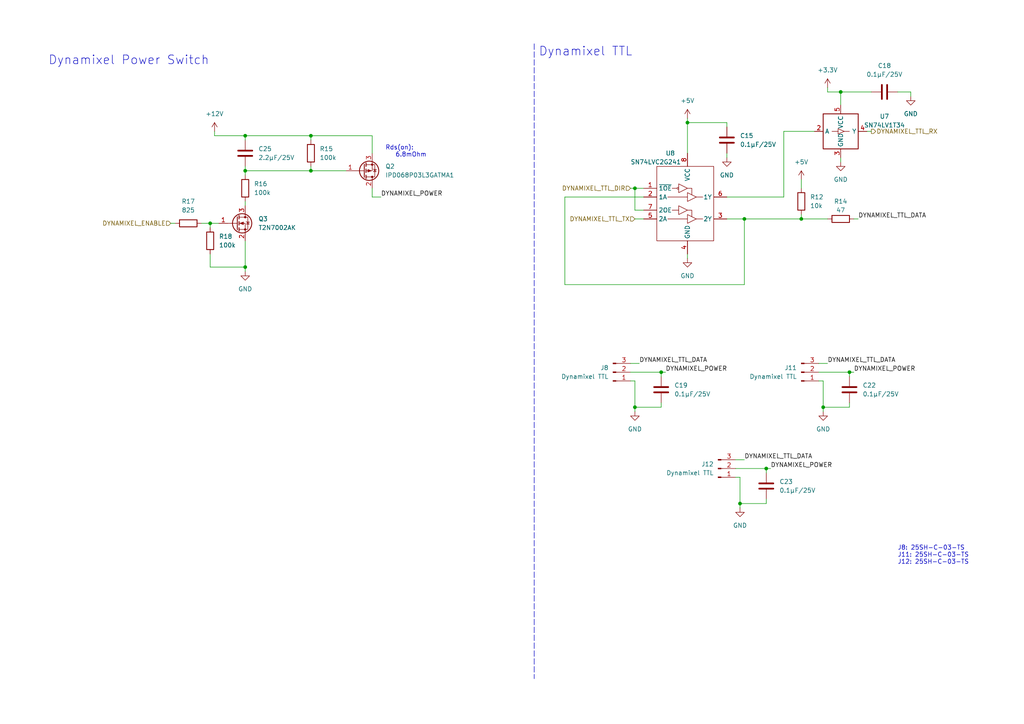
<source format=kicad_sch>
(kicad_sch (version 20211123) (generator eeschema)
  (paper "A4")
  (lib_symbols
    (symbol "Connector:Conn_01x03_Male" (pin_names (offset 1.016) hide)
      (property "Reference" "J" (at 0 5.08 0))
      (property "Value" "Conn_01x03_Male" (at 0 -5.08 0))
      (symbol "Conn_01x03_Male_1_1"
        (polyline (pts (xy 1.27 -2.54) (xy 0.8636 -2.54)) (stroke (width 0.1524)))
        (polyline (pts (xy 1.27 0) (xy 0.8636 0)) (stroke (width 0.1524)))
        (polyline (pts (xy 1.27 2.54) (xy 0.8636 2.54)) (stroke (width 0.1524)))
        (rectangle (start 0.8636 -2.413) (end 0 -2.667) (stroke (width 0.1524)) (fill (type outline)))
        (rectangle (start 0.8636 0.127) (end 0 -0.127) (stroke (width 0.1524)) (fill (type outline)))
        (rectangle (start 0.8636 2.667) (end 0 2.413) (stroke (width 0.1524)) (fill (type outline)))
        (pin passive line (at 5.08 2.54 180) (length 3.81) (name "Pin_1") (number "1"))
        (pin passive line (at 5.08 0 180) (length 3.81) (name "Pin_2") (number "2"))
        (pin passive line (at 5.08 -2.54 180) (length 3.81) (name "Pin_3") (number "3"))
      )
    )
    (symbol "Device:C" (pin_numbers hide) (pin_names (offset 0.254))
      (property "Reference" "C" (at 0.635 2.54 0))
      (property "Value" "C" (at 0.635 -2.54 0))
      (symbol "C_0_1"
        (polyline (pts (xy -2.032 -0.762) (xy 2.032 -0.762)) (stroke (width 0.508)))
        (polyline (pts (xy -2.032 0.762) (xy 2.032 0.762)) (stroke (width 0.508)))
      )
      (symbol "C_1_1"
        (pin passive line (at 0 3.81 270) (length 2.794) (name "~") (number "1"))
        (pin passive line (at 0 -3.81 90) (length 2.794) (name "~") (number "2"))
      )
    )
    (symbol "Device:Q_NMOS_GSD" (pin_names (offset 0) hide)
      (property "Reference" "Q" (at 5.08 1.27 0))
      (property "Value" "Q_NMOS_GSD" (at 5.08 -1.27 0))
      (symbol "Q_NMOS_GSD_0_1"
        (polyline (pts (xy 0.254 0) (xy -2.54 0)))
        (polyline (pts (xy 0.254 1.905) (xy 0.254 -1.905)) (stroke (width 0.254)))
        (polyline (pts (xy 0.762 -1.27) (xy 0.762 -2.286)) (stroke (width 0.254)))
        (polyline (pts (xy 0.762 0.508) (xy 0.762 -0.508)) (stroke (width 0.254)))
        (polyline (pts (xy 0.762 2.286) (xy 0.762 1.27)) (stroke (width 0.254)))
        (polyline (pts (xy 2.54 2.54) (xy 2.54 1.778)))
        (polyline (pts (xy 2.54 -2.54) (xy 2.54 0) (xy 0.762 0)))
        (polyline (pts (xy 0.762 -1.778) (xy 3.302 -1.778) (xy 3.302 1.778) (xy 0.762 1.778)))
        (polyline (pts (xy 1.016 0) (xy 2.032 0.381) (xy 2.032 -0.381) (xy 1.016 0)) (fill (type outline)))
        (polyline (pts (xy 2.794 0.508) (xy 2.921 0.381) (xy 3.683 0.381) (xy 3.81 0.254)))
        (polyline (pts (xy 3.302 0.381) (xy 2.921 -0.254) (xy 3.683 -0.254) (xy 3.302 0.381)))
        (circle (center 1.651 0) (radius 2.794) (stroke (width 0.254)))
        (circle (center 2.54 -1.778) (radius 0.254) (fill (type outline)))
        (circle (center 2.54 1.778) (radius 0.254) (fill (type outline)))
      )
      (symbol "Q_NMOS_GSD_1_1"
        (pin input line (at -5.08 0 0) (length 2.54) (name "G") (number "1"))
        (pin passive line (at 2.54 -5.08 90) (length 2.54) (name "S") (number "2"))
        (pin passive line (at 2.54 5.08 270) (length 2.54) (name "D") (number "3"))
      )
    )
    (symbol "Device:Q_PMOS_GDS" (pin_names (offset 0) hide)
      (property "Reference" "Q" (at 5.08 1.27 0))
      (property "Value" "Q_PMOS_GDS" (at 5.08 -1.27 0))
      (symbol "Q_PMOS_GDS_0_1"
        (polyline (pts (xy 0.254 0) (xy -2.54 0)))
        (polyline (pts (xy 0.254 1.905) (xy 0.254 -1.905)) (stroke (width 0.254)))
        (polyline (pts (xy 0.762 -1.27) (xy 0.762 -2.286)) (stroke (width 0.254)))
        (polyline (pts (xy 0.762 0.508) (xy 0.762 -0.508)) (stroke (width 0.254)))
        (polyline (pts (xy 0.762 2.286) (xy 0.762 1.27)) (stroke (width 0.254)))
        (polyline (pts (xy 2.54 2.54) (xy 2.54 1.778)))
        (polyline (pts (xy 2.54 -2.54) (xy 2.54 0) (xy 0.762 0)))
        (polyline (pts (xy 0.762 1.778) (xy 3.302 1.778) (xy 3.302 -1.778) (xy 0.762 -1.778)))
        (polyline (pts (xy 2.286 0) (xy 1.27 0.381) (xy 1.27 -0.381) (xy 2.286 0)) (fill (type outline)))
        (polyline (pts (xy 2.794 -0.508) (xy 2.921 -0.381) (xy 3.683 -0.381) (xy 3.81 -0.254)))
        (polyline (pts (xy 3.302 -0.381) (xy 2.921 0.254) (xy 3.683 0.254) (xy 3.302 -0.381)))
        (circle (center 1.651 0) (radius 2.794) (stroke (width 0.254)))
        (circle (center 2.54 -1.778) (radius 0.254) (fill (type outline)))
        (circle (center 2.54 1.778) (radius 0.254) (fill (type outline)))
      )
      (symbol "Q_PMOS_GDS_1_1"
        (pin input line (at -5.08 0 0) (length 2.54) (name "G") (number "1"))
        (pin passive line (at 2.54 5.08 270) (length 2.54) (name "D") (number "2"))
        (pin passive line (at 2.54 -5.08 90) (length 2.54) (name "S") (number "3"))
      )
    )
    (symbol "Device:R" (pin_numbers hide) (pin_names (offset 0))
      (property "Reference" "R" (at 2.032 0 90))
      (property "Value" "R" (at 0 0 90))
      (symbol "R_0_1"
        (rectangle (start -1.016 -2.54) (end 1.016 2.54) (stroke (width 0.254)))
      )
      (symbol "R_1_1"
        (pin passive line (at 0 3.81 270) (length 1.27) (name "~") (number "1"))
        (pin passive line (at 0 -3.81 90) (length 1.27) (name "~") (number "2"))
      )
    )
    (symbol "power:+12V" (power) (pin_names (offset 0))
      (property "Value" "+12V" (at 0 3.556 0))
      (symbol "+12V_0_1"
        (polyline (pts (xy -0.762 1.27) (xy 0 2.54)))
        (polyline (pts (xy 0 0) (xy 0 2.54)))
        (polyline (pts (xy 0 2.54) (xy 0.762 1.27)))
      )
      (symbol "+12V_1_1"
        (pin power_in line (at 0 0 90) (length 0) hide (name "+12V") (number "1"))
      )
    )
    (symbol "power:+3.3V" (power) (pin_names (offset 0))
      (property "Value" "+3.3V" (at 0 3.556 0))
      (symbol "+3.3V_0_1"
        (polyline (pts (xy -0.762 1.27) (xy 0 2.54)))
        (polyline (pts (xy 0 0) (xy 0 2.54)))
        (polyline (pts (xy 0 2.54) (xy 0.762 1.27)))
      )
      (symbol "+3.3V_1_1"
        (pin power_in line (at 0 0 90) (length 0) hide (name "+3.3V") (number "1"))
      )
    )
    (symbol "power:+5V" (power) (pin_names (offset 0))
      (property "Value" "+5V" (at 0 3.556 0))
      (symbol "+5V_0_1"
        (polyline (pts (xy -0.762 1.27) (xy 0 2.54)))
        (polyline (pts (xy 0 0) (xy 0 2.54)))
        (polyline (pts (xy 0 2.54) (xy 0.762 1.27)))
      )
      (symbol "+5V_1_1"
        (pin power_in line (at 0 0 90) (length 0) hide (name "+5V") (number "1"))
      )
    )
    (symbol "power:GND" (power) (pin_names (offset 0))
      (property "Value" "GND" (at 0 -3.81 0))
      (symbol "GND_0_1"
        (polyline (pts (xy 0 0) (xy 0 -1.27) (xy 1.27 -1.27) (xy 0 -2.54) (xy -1.27 -1.27) (xy 0 -1.27)))
      )
      (symbol "GND_1_1"
        (pin power_in line (at 0 0 270) (length 0) hide (name "GND") (number "1"))
      )
    )
    (symbol "t-top:SN74LV1T34"
      (property "Reference" "U" (at 5.08 6.35 0))
      (property "Value" "SN74LV1T34" (at 5.08 3.81 0))
      (symbol "SN74LV1T34_0_1"
        (rectangle (start -5.08 5.08) (end 5.08 -5.08) (stroke (width 0.254)))
        (polyline (pts (xy -0.762 0) (xy -2.54 0)))
        (polyline (pts (xy 1.016 0) (xy 2.54 0)))
      )
      (symbol "SN74LV1T34_1_1"
        (polyline (pts (xy -0.762 -0.762) (xy -0.762 0.762) (xy 1.016 0) (xy -0.762 -0.762)))
        (pin no_connect line (at -5.08 2.54 0) (length 2.54) hide (name "NC") (number "1"))
        (pin input line (at -7.62 0 0) (length 2.54) (name "A") (number "2"))
        (pin power_in line (at 0 -7.62 90) (length 2.54) (name "GND") (number "3"))
        (pin output line (at 7.62 0 180) (length 2.54) (name "Y") (number "4"))
        (pin power_in line (at 0 7.62 270) (length 2.54) (name "VCC") (number "5"))
      )
    )
    (symbol "t-top:SN74LVC2G241"
      (property "Reference" "U" (at 2.54 0 0))
      (property "Value" "SN74LVC2G241" (at 7.62 -2.54 0))
      (symbol "SN74LVC2G241_0_1"
        (rectangle (start -8.89 -3.81) (end 7.62 -25.4))
        (circle (center -2.794 -10.16) (radius 0.254))
        (polyline (pts (xy -5.715 -19.05) (xy 0 -19.05)))
        (polyline (pts (xy -5.715 -12.7) (xy 0 -12.7)))
        (polyline (pts (xy -3.175 -10.16) (xy -4.445 -10.16)))
        (polyline (pts (xy -2.54 -16.51) (xy -4.445 -16.51)))
        (polyline (pts (xy 2.54 -12.7) (xy 4.445 -12.7)))
        (polyline (pts (xy 4.445 -19.05) (xy 2.54 -19.05)))
        (polyline (pts (xy 0 -16.51) (xy 1.27 -16.51) (xy 1.27 -18.415)))
        (polyline (pts (xy 0 -10.16) (xy 1.27 -10.16) (xy 1.27 -12.065)))
        (polyline (pts (xy -2.54 -15.24) (xy -2.54 -17.78) (xy 0 -16.51) (xy -2.54 -15.24)))
        (polyline (pts (xy -2.54 -8.89) (xy -2.54 -11.43) (xy 0 -10.16) (xy -2.54 -8.89)))
        (polyline (pts (xy 0 -17.78) (xy 0 -20.32) (xy 2.54 -19.05) (xy 0 -17.78)))
        (polyline (pts (xy 0 -11.43) (xy 0 -13.97) (xy 2.54 -12.7) (xy 0 -11.43)))
      )
      (symbol "SN74LVC2G241_1_1"
        (pin input line (at -12.7 -10.16 0) (length 3.81) (name "~{1OE}") (number "1"))
        (pin input line (at -12.7 -12.7 0) (length 3.81) (name "1A") (number "2"))
        (pin output line (at 11.43 -19.05 180) (length 3.81) (name "2Y") (number "3"))
        (pin power_in line (at 0 -29.21 90) (length 3.81) (name "GND") (number "4"))
        (pin input line (at -12.7 -19.05 0) (length 3.81) (name "2A") (number "5"))
        (pin output line (at 11.43 -12.7 180) (length 3.81) (name "1Y") (number "6"))
        (pin input line (at -12.7 -16.51 0) (length 3.81) (name "2OE") (number "7"))
        (pin power_in line (at 0 0 270) (length 3.81) (name "VCC") (number "8"))
      )
    )
  )
  (junction (at 246.38 107.95))
  (junction (at 90.17 49.53))
  (junction (at 214.63 146.05))
  (junction (at 222.25 135.89))
  (junction (at 71.12 49.53))
  (junction (at 232.41 63.5))
  (junction (at 238.76 118.11))
  (junction (at 90.17 39.37))
  (junction (at 243.84 26.67))
  (junction (at 71.12 39.37))
  (junction (at 184.15 118.11))
  (junction (at 199.39 35.56))
  (junction (at 71.12 77.47))
  (junction (at 191.77 107.95))
  (junction (at 60.96 64.77))
  (junction (at 215.9 63.5))
  (junction (at 184.15 54.61))
  (wire (pts (xy 163.83 82.55) (xy 215.9 82.55)))
  (wire (pts (xy 232.41 63.5) (xy 232.41 62.23)))
  (wire (pts (xy 199.39 73.66) (xy 199.39 74.93)))
  (wire (pts (xy 246.38 107.95) (xy 247.65 107.95)))
  (wire (pts (xy 222.25 135.89) (xy 222.25 137.16)))
  (wire (pts (xy 182.88 54.61) (xy 184.15 54.61)))
  (wire (pts (xy 243.84 45.72) (xy 243.84 46.99)))
  (wire (pts (xy 49.53 64.77) (xy 50.8 64.77)))
  (wire (pts (xy 210.82 44.45) (xy 210.82 45.72)))
  (wire (pts (xy 210.82 57.15) (xy 227.33 57.15)))
  (wire (pts (xy 240.03 26.67) (xy 243.84 26.67)))
  (wire (pts (xy 71.12 39.37) (xy 71.12 40.64)))
  (wire (pts (xy 237.49 105.41) (xy 240.03 105.41)))
  (wire (pts (xy 264.16 27.94) (xy 264.16 26.67)))
  (wire (pts (xy 243.84 26.67) (xy 252.73 26.67)))
  (wire (pts (xy 260.35 26.67) (xy 264.16 26.67)))
  (wire (pts (xy 214.63 146.05) (xy 222.25 146.05)))
  (wire (pts (xy 191.77 118.11) (xy 191.77 116.84)))
  (wire (pts (xy 90.17 49.53) (xy 90.17 48.26)))
  (wire (pts (xy 100.33 49.53) (xy 90.17 49.53)))
  (wire (pts (xy 191.77 107.95) (xy 193.04 107.95)))
  (wire (pts (xy 232.41 52.07) (xy 232.41 54.61)))
  (wire (pts (xy 184.15 118.11) (xy 191.77 118.11)))
  (wire (pts (xy 71.12 49.53) (xy 71.12 48.26)))
  (wire (pts (xy 71.12 58.42) (xy 71.12 59.69)))
  (wire (pts (xy 199.39 35.56) (xy 210.82 35.56)))
  (wire (pts (xy 222.25 146.05) (xy 222.25 144.78)))
  (wire (pts (xy 71.12 39.37) (xy 90.17 39.37)))
  (wire (pts (xy 182.88 107.95) (xy 191.77 107.95)))
  (wire (pts (xy 184.15 60.96) (xy 184.15 54.61)))
  (wire (pts (xy 227.33 38.1) (xy 227.33 57.15)))
  (wire (pts (xy 184.15 110.49) (xy 184.15 118.11)))
  (wire (pts (xy 90.17 49.53) (xy 71.12 49.53)))
  (wire (pts (xy 232.41 63.5) (xy 240.03 63.5)))
  (wire (pts (xy 184.15 63.5) (xy 186.69 63.5)))
  (wire (pts (xy 237.49 107.95) (xy 246.38 107.95)))
  (wire (pts (xy 247.65 63.5) (xy 248.92 63.5)))
  (wire (pts (xy 240.03 25.4) (xy 240.03 26.67)))
  (wire (pts (xy 163.83 57.15) (xy 186.69 57.15)))
  (wire (pts (xy 238.76 110.49) (xy 238.76 118.11)))
  (polyline (pts (xy 154.94 12.7) (xy 154.94 196.85)))
  (wire (pts (xy 62.23 38.1) (xy 62.23 39.37)))
  (wire (pts (xy 60.96 73.66) (xy 60.96 77.47)))
  (wire (pts (xy 60.96 64.77) (xy 63.5 64.77)))
  (wire (pts (xy 191.77 107.95) (xy 191.77 109.22)))
  (wire (pts (xy 90.17 39.37) (xy 107.95 39.37)))
  (wire (pts (xy 163.83 57.15) (xy 163.83 82.55)))
  (wire (pts (xy 213.36 133.35) (xy 215.9 133.35)))
  (wire (pts (xy 71.12 69.85) (xy 71.12 77.47)))
  (wire (pts (xy 182.88 105.41) (xy 185.42 105.41)))
  (wire (pts (xy 243.84 26.67) (xy 243.84 30.48)))
  (wire (pts (xy 251.46 38.1) (xy 252.73 38.1)))
  (wire (pts (xy 222.25 135.89) (xy 223.52 135.89)))
  (wire (pts (xy 71.12 49.53) (xy 71.12 50.8)))
  (wire (pts (xy 214.63 146.05) (xy 214.63 147.32)))
  (wire (pts (xy 60.96 77.47) (xy 71.12 77.47)))
  (wire (pts (xy 238.76 118.11) (xy 246.38 118.11)))
  (wire (pts (xy 199.39 34.29) (xy 199.39 35.56)))
  (wire (pts (xy 238.76 118.11) (xy 238.76 119.38)))
  (wire (pts (xy 186.69 60.96) (xy 184.15 60.96)))
  (wire (pts (xy 237.49 110.49) (xy 238.76 110.49)))
  (wire (pts (xy 182.88 110.49) (xy 184.15 110.49)))
  (wire (pts (xy 210.82 36.83) (xy 210.82 35.56)))
  (wire (pts (xy 213.36 138.43) (xy 214.63 138.43)))
  (wire (pts (xy 184.15 54.61) (xy 186.69 54.61)))
  (wire (pts (xy 213.36 135.89) (xy 222.25 135.89)))
  (wire (pts (xy 236.22 38.1) (xy 227.33 38.1)))
  (wire (pts (xy 90.17 39.37) (xy 90.17 40.64)))
  (wire (pts (xy 215.9 82.55) (xy 215.9 63.5)))
  (wire (pts (xy 107.95 39.37) (xy 107.95 44.45)))
  (wire (pts (xy 246.38 118.11) (xy 246.38 116.84)))
  (wire (pts (xy 62.23 39.37) (xy 71.12 39.37)))
  (wire (pts (xy 199.39 35.56) (xy 199.39 44.45)))
  (wire (pts (xy 107.95 57.15) (xy 110.49 57.15)))
  (wire (pts (xy 107.95 54.61) (xy 107.95 57.15)))
  (wire (pts (xy 60.96 64.77) (xy 60.96 66.04)))
  (wire (pts (xy 71.12 77.47) (xy 71.12 78.74)))
  (wire (pts (xy 246.38 107.95) (xy 246.38 109.22)))
  (wire (pts (xy 184.15 118.11) (xy 184.15 119.38)))
  (wire (pts (xy 215.9 63.5) (xy 232.41 63.5)))
  (wire (pts (xy 214.63 138.43) (xy 214.63 146.05)))
  (wire (pts (xy 58.42 64.77) (xy 60.96 64.77)))
  (wire (pts (xy 215.9 63.5) (xy 210.82 63.5)))
  (text "J8: 25SH-C-03-TS\nJ11: 25SH-C-03-TS\nJ12: 25SH-C-03-TS" (at 260.35 163.83 0) (effects (font (size 1.27 1.27)) (justify left bottom)))
  (text "Rds(on):\n   6.8mOhm" (at 111.76 45.72 0) (effects (font (size 1.27 1.27)) (justify left bottom)))
  (text "Dynamixel Power Switch" (at 13.97 19.05 0) (effects (font (size 2.54 2.54)) (justify left bottom)))
  (text "Dynamixel TTL" (at 156.21 16.51 0) (effects (font (size 2.54 2.54)) (justify left bottom)))
  (label "DYNAMIXEL_POWER" (at 247.65 107.95 0))
  (label "DYNAMIXEL_TTL_DATA" (at 185.42 105.41 0))
  (label "DYNAMIXEL_TTL_DATA" (at 215.9 133.35 0))
  (label "DYNAMIXEL_TTL_DATA" (at 240.03 105.41 0))
  (label "DYNAMIXEL_POWER" (at 110.49 57.15 0))
  (label "DYNAMIXEL_POWER" (at 223.52 135.89 0))
  (label "DYNAMIXEL_TTL_DATA" (at 248.92 63.5 0))
  (label "DYNAMIXEL_POWER" (at 193.04 107.95 0))
  (hierarchical_label "DYNAMIXEL_TTL_DIR" (shape input) (at 182.88 54.61 180))
  (hierarchical_label "DYNAMIXEL_TTL_TX" (shape input) (at 184.15 63.5 180))
  (hierarchical_label "DYNAMIXEL_TTL_RX" (shape output) (at 252.73 38.1 0))
  (hierarchical_label "DYNAMIXEL_ENABLE" (shape input) (at 49.53 64.77 180))
  (symbol (lib_id "power:+3.3V") (at 240.03 25.4 0) (unit 1)
    (property "Reference" "#PWR0137" (effects hide))
    (property "Value" "+3.3V" (at 240.03 20.32 0))
  )
  (symbol (lib_id "Device:C") (at 222.25 140.97 0) (unit 1)
    (property "Reference" "C23" (at 226.06 139.6999 0) (effects (justify left)))
    (property "Value" "0.1µF/25V" (at 226.06 142.2399 0) (effects (justify left)))
    (property "Footprint" "Capacitor_SMD:C_0805_2012Metric" (effects hide))
  )
  (symbol (lib_id "Device:C") (at 210.82 40.64 0) (unit 1)
    (property "Reference" "C15" (at 214.63 39.3699 0) (effects (justify left)))
    (property "Value" "0.1µF/25V" (at 214.63 41.9099 0) (effects (justify left)))
    (property "Footprint" "Capacitor_SMD:C_0805_2012Metric" (effects hide))
  )
  (symbol (lib_id "Device:R") (at 60.96 69.85 0) (unit 1)
    (property "Reference" "R18" (at 63.5 68.58 0) (effects (justify left)))
    (property "Value" "100k" (at 63.5 71.12 0) (effects (justify left)))
    (property "Footprint" "Resistor_SMD:R_0805_2012Metric" (effects hide))
  )
  (symbol (lib_id "Device:C") (at 246.38 113.03 0) (unit 1)
    (property "Reference" "C22" (at 250.19 111.7599 0) (effects (justify left)))
    (property "Value" "0.1µF/25V" (at 250.19 114.2999 0) (effects (justify left)))
    (property "Footprint" "Capacitor_SMD:C_0805_2012Metric" (effects hide))
  )
  (symbol (lib_id "power:GND") (at 184.15 119.38 0) (unit 1)
    (property "Reference" "#PWR0143" (effects hide))
    (property "Value" "GND" (at 184.15 124.46 0))
  )
  (symbol (lib_id "Device:R") (at 54.61 64.77 90) (unit 1)
    (property "Reference" "R17" (at 54.61 58.42 90))
    (property "Value" "825" (at 54.61 60.96 90))
    (property "Footprint" "Resistor_SMD:R_0805_2012Metric" (effects hide))
  )
  (symbol (lib_id "power:GND") (at 214.63 147.32 0) (unit 1)
    (property "Reference" "#PWR0138" (effects hide))
    (property "Value" "GND" (at 214.63 152.4 0))
  )
  (symbol (lib_id "power:+5V") (at 232.41 52.07 0) (unit 1)
    (property "Reference" "#PWR0141" (effects hide))
    (property "Value" "+5V" (at 232.41 46.99 0))
  )
  (symbol (lib_id "power:+5V") (at 199.39 34.29 0) (unit 1)
    (property "Reference" "#PWR0144" (effects hide))
    (property "Value" "+5V" (at 199.39 29.21 0))
  )
  (symbol (lib_id "power:+12V") (at 62.23 38.1 0) (unit 1)
    (property "Reference" "#PWR0150" (effects hide))
    (property "Value" "+12V" (at 62.23 33.02 0))
  )
  (symbol (lib_id "power:GND") (at 264.16 27.94 0) (unit 1)
    (property "Reference" "#PWR0147" (effects hide))
    (property "Value" "GND" (at 264.16 33.02 0))
  )
  (symbol (lib_id "t-top:SN74LVC2G241") (at 199.39 44.45 0) (unit 1)
    (property "Reference" "U8" (at 193.04 44.45 0) (effects (justify left)))
    (property "Value" "SN74LVC2G241" (at 182.88 46.99 0) (effects (justify left)))
    (property "Footprint" "Package_SO:VSSOP-8_2.3x2mm_P0.5mm" (effects hide))
  )
  (symbol (lib_id "Device:Q_PMOS_GDS") (at 105.41 49.53 0) (mirror x) (unit 1)
    (property "Reference" "Q2" (at 111.76 48.2599 0) (effects (justify left)))
    (property "Value" "IPD068P03L3GATMA1" (at 111.76 50.7999 0) (effects (justify left)))
    (property "Footprint" "Package_TO_SOT_SMD:TO-252-2" (effects hide))
  )
  (symbol (lib_id "Device:Q_NMOS_GSD") (at 68.58 64.77 0) (unit 1)
    (property "Reference" "Q3" (at 74.93 63.4999 0) (effects (justify left)))
    (property "Value" "T2N7002AK" (at 74.93 66.0399 0) (effects (justify left)))
    (property "Footprint" "Package_TO_SOT_SMD:SOT-23" (effects hide))
  )
  (symbol (lib_id "power:GND") (at 238.76 119.38 0) (unit 1)
    (property "Reference" "#PWR0142" (effects hide))
    (property "Value" "GND" (at 238.76 124.46 0))
  )
  (symbol (lib_id "Device:C") (at 71.12 44.45 0) (unit 1)
    (property "Reference" "C25" (at 74.93 43.1799 0) (effects (justify left)))
    (property "Value" "2.2µF/25V" (at 74.93 45.7199 0) (effects (justify left)))
    (property "Footprint" "Capacitor_SMD:C_0805_2012Metric" (effects hide))
  )
  (symbol (lib_id "power:GND") (at 71.12 78.74 0) (unit 1)
    (property "Reference" "#PWR0152" (effects hide))
    (property "Value" "GND" (at 71.12 83.82 0))
  )
  (symbol (lib_id "Device:R") (at 243.84 63.5 90) (unit 1)
    (property "Reference" "R14" (at 243.84 58.42 90))
    (property "Value" "47" (at 243.84 60.96 90))
    (property "Footprint" "Resistor_SMD:R_0805_2012Metric" (effects hide))
  )
  (symbol (lib_id "Connector:Conn_01x03_Male") (at 177.8 107.95 0) (mirror x) (unit 1)
    (property "Reference" "J8" (at 176.53 106.6799 0) (effects (justify right)))
    (property "Value" "Dynamixel TTL" (at 176.53 109.2199 0) (effects (justify right)))
    (property "Footprint" "t-top:25SH-C-03-TS" (effects hide))
  )
  (symbol (lib_id "Device:R") (at 90.17 44.45 0) (unit 1)
    (property "Reference" "R15" (at 92.71 43.1799 0) (effects (justify left)))
    (property "Value" "100k" (at 92.71 45.7199 0) (effects (justify left)))
    (property "Footprint" "Resistor_SMD:R_0805_2012Metric" (effects hide))
  )
  (symbol (lib_id "Device:R") (at 232.41 58.42 0) (unit 1)
    (property "Reference" "R12" (at 234.95 57.1499 0) (effects (justify left)))
    (property "Value" "10k" (at 234.95 59.6899 0) (effects (justify left)))
    (property "Footprint" "Resistor_SMD:R_0805_2012Metric" (effects hide))
  )
  (symbol (lib_id "Device:C") (at 256.54 26.67 90) (unit 1)
    (property "Reference" "C18" (at 256.54 19.05 90))
    (property "Value" "0.1µF/25V" (at 256.54 21.59 90))
    (property "Footprint" "Capacitor_SMD:C_0805_2012Metric" (effects hide))
  )
  (symbol (lib_id "Device:C") (at 191.77 113.03 0) (unit 1)
    (property "Reference" "C19" (at 195.58 111.7599 0) (effects (justify left)))
    (property "Value" "0.1µF/25V" (at 195.58 114.2999 0) (effects (justify left)))
    (property "Footprint" "Capacitor_SMD:C_0805_2012Metric" (effects hide))
  )
  (symbol (lib_id "Device:R") (at 71.12 54.61 0) (unit 1)
    (property "Reference" "R16" (at 73.66 53.3399 0) (effects (justify left)))
    (property "Value" "100k" (at 73.66 55.8799 0) (effects (justify left)))
    (property "Footprint" "Resistor_SMD:R_0805_2012Metric" (effects hide))
  )
  (symbol (lib_id "power:GND") (at 243.84 46.99 0) (unit 1)
    (property "Reference" "#PWR0140" (effects hide))
    (property "Value" "GND" (at 243.84 52.07 0))
  )
  (symbol (lib_id "power:GND") (at 199.39 74.93 0) (unit 1)
    (property "Reference" "#PWR0145" (effects hide))
    (property "Value" "GND" (at 199.39 80.01 0))
  )
  (symbol (lib_id "power:GND") (at 210.82 45.72 0) (unit 1)
    (property "Reference" "#PWR0146" (effects hide))
    (property "Value" "GND" (at 210.82 50.8 0))
  )
  (symbol (lib_id "Connector:Conn_01x03_Male") (at 208.28 135.89 0) (mirror x) (unit 1)
    (property "Reference" "J12" (at 207.01 134.6199 0) (effects (justify right)))
    (property "Value" "Dynamixel TTL" (at 207.01 137.1599 0) (effects (justify right)))
    (property "Footprint" "t-top:25SH-C-03-TS" (effects hide))
  )
  (symbol (lib_id "Connector:Conn_01x03_Male") (at 232.41 107.95 0) (mirror x) (unit 1)
    (property "Reference" "J11" (at 231.14 106.6799 0) (effects (justify right)))
    (property "Value" "Dynamixel TTL" (at 231.14 109.2199 0) (effects (justify right)))
    (property "Footprint" "t-top:25SH-C-03-TS" (effects hide))
  )
  (symbol (lib_id "t-top:SN74LV1T34") (at 243.84 38.1 0) (unit 1)
    (property "Reference" "U7" (at 256.54 33.7693 0))
    (property "Value" "SN74LV1T34" (at 256.54 36.3093 0))
    (property "Footprint" "Package_TO_SOT_SMD:SOT-23-5" (effects hide))
    (property "Datasheet" "https://www.ti.com/lit/ds/symlink/sn74lv1t34.pdf" (effects hide))
  )
)
</source>
